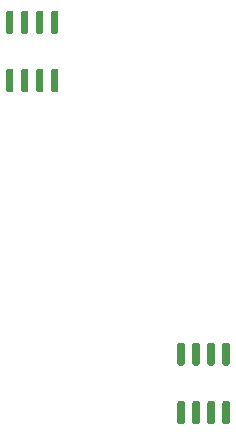
<source format=gbr>
G04 #@! TF.GenerationSoftware,KiCad,Pcbnew,(5.1.4-0-10_14)*
G04 #@! TF.CreationDate,2021-07-08T18:48:46+12:00*
G04 #@! TF.ProjectId,Sync-Ope-proto,53796e63-2d4f-4706-952d-70726f746f2e,0.2*
G04 #@! TF.SameCoordinates,Original*
G04 #@! TF.FileFunction,Paste,Top*
G04 #@! TF.FilePolarity,Positive*
%FSLAX46Y46*%
G04 Gerber Fmt 4.6, Leading zero omitted, Abs format (unit mm)*
G04 Created by KiCad (PCBNEW (5.1.4-0-10_14)) date 2021-07-08 18:48:46*
%MOMM*%
%LPD*%
G04 APERTURE LIST*
%ADD10C,0.100000*%
%ADD11C,0.600000*%
G04 APERTURE END LIST*
D10*
G36*
X116409703Y-89550722D02*
G01*
X116424264Y-89552882D01*
X116438543Y-89556459D01*
X116452403Y-89561418D01*
X116465710Y-89567712D01*
X116478336Y-89575280D01*
X116490159Y-89584048D01*
X116501066Y-89593934D01*
X116510952Y-89604841D01*
X116519720Y-89616664D01*
X116527288Y-89629290D01*
X116533582Y-89642597D01*
X116538541Y-89656457D01*
X116542118Y-89670736D01*
X116544278Y-89685297D01*
X116545000Y-89700000D01*
X116545000Y-91350000D01*
X116544278Y-91364703D01*
X116542118Y-91379264D01*
X116538541Y-91393543D01*
X116533582Y-91407403D01*
X116527288Y-91420710D01*
X116519720Y-91433336D01*
X116510952Y-91445159D01*
X116501066Y-91456066D01*
X116490159Y-91465952D01*
X116478336Y-91474720D01*
X116465710Y-91482288D01*
X116452403Y-91488582D01*
X116438543Y-91493541D01*
X116424264Y-91497118D01*
X116409703Y-91499278D01*
X116395000Y-91500000D01*
X116095000Y-91500000D01*
X116080297Y-91499278D01*
X116065736Y-91497118D01*
X116051457Y-91493541D01*
X116037597Y-91488582D01*
X116024290Y-91482288D01*
X116011664Y-91474720D01*
X115999841Y-91465952D01*
X115988934Y-91456066D01*
X115979048Y-91445159D01*
X115970280Y-91433336D01*
X115962712Y-91420710D01*
X115956418Y-91407403D01*
X115951459Y-91393543D01*
X115947882Y-91379264D01*
X115945722Y-91364703D01*
X115945000Y-91350000D01*
X115945000Y-89700000D01*
X115945722Y-89685297D01*
X115947882Y-89670736D01*
X115951459Y-89656457D01*
X115956418Y-89642597D01*
X115962712Y-89629290D01*
X115970280Y-89616664D01*
X115979048Y-89604841D01*
X115988934Y-89593934D01*
X115999841Y-89584048D01*
X116011664Y-89575280D01*
X116024290Y-89567712D01*
X116037597Y-89561418D01*
X116051457Y-89556459D01*
X116065736Y-89552882D01*
X116080297Y-89550722D01*
X116095000Y-89550000D01*
X116395000Y-89550000D01*
X116409703Y-89550722D01*
X116409703Y-89550722D01*
G37*
D11*
X116245000Y-90525000D03*
D10*
G36*
X117679703Y-89550722D02*
G01*
X117694264Y-89552882D01*
X117708543Y-89556459D01*
X117722403Y-89561418D01*
X117735710Y-89567712D01*
X117748336Y-89575280D01*
X117760159Y-89584048D01*
X117771066Y-89593934D01*
X117780952Y-89604841D01*
X117789720Y-89616664D01*
X117797288Y-89629290D01*
X117803582Y-89642597D01*
X117808541Y-89656457D01*
X117812118Y-89670736D01*
X117814278Y-89685297D01*
X117815000Y-89700000D01*
X117815000Y-91350000D01*
X117814278Y-91364703D01*
X117812118Y-91379264D01*
X117808541Y-91393543D01*
X117803582Y-91407403D01*
X117797288Y-91420710D01*
X117789720Y-91433336D01*
X117780952Y-91445159D01*
X117771066Y-91456066D01*
X117760159Y-91465952D01*
X117748336Y-91474720D01*
X117735710Y-91482288D01*
X117722403Y-91488582D01*
X117708543Y-91493541D01*
X117694264Y-91497118D01*
X117679703Y-91499278D01*
X117665000Y-91500000D01*
X117365000Y-91500000D01*
X117350297Y-91499278D01*
X117335736Y-91497118D01*
X117321457Y-91493541D01*
X117307597Y-91488582D01*
X117294290Y-91482288D01*
X117281664Y-91474720D01*
X117269841Y-91465952D01*
X117258934Y-91456066D01*
X117249048Y-91445159D01*
X117240280Y-91433336D01*
X117232712Y-91420710D01*
X117226418Y-91407403D01*
X117221459Y-91393543D01*
X117217882Y-91379264D01*
X117215722Y-91364703D01*
X117215000Y-91350000D01*
X117215000Y-89700000D01*
X117215722Y-89685297D01*
X117217882Y-89670736D01*
X117221459Y-89656457D01*
X117226418Y-89642597D01*
X117232712Y-89629290D01*
X117240280Y-89616664D01*
X117249048Y-89604841D01*
X117258934Y-89593934D01*
X117269841Y-89584048D01*
X117281664Y-89575280D01*
X117294290Y-89567712D01*
X117307597Y-89561418D01*
X117321457Y-89556459D01*
X117335736Y-89552882D01*
X117350297Y-89550722D01*
X117365000Y-89550000D01*
X117665000Y-89550000D01*
X117679703Y-89550722D01*
X117679703Y-89550722D01*
G37*
D11*
X117515000Y-90525000D03*
D10*
G36*
X118949703Y-89550722D02*
G01*
X118964264Y-89552882D01*
X118978543Y-89556459D01*
X118992403Y-89561418D01*
X119005710Y-89567712D01*
X119018336Y-89575280D01*
X119030159Y-89584048D01*
X119041066Y-89593934D01*
X119050952Y-89604841D01*
X119059720Y-89616664D01*
X119067288Y-89629290D01*
X119073582Y-89642597D01*
X119078541Y-89656457D01*
X119082118Y-89670736D01*
X119084278Y-89685297D01*
X119085000Y-89700000D01*
X119085000Y-91350000D01*
X119084278Y-91364703D01*
X119082118Y-91379264D01*
X119078541Y-91393543D01*
X119073582Y-91407403D01*
X119067288Y-91420710D01*
X119059720Y-91433336D01*
X119050952Y-91445159D01*
X119041066Y-91456066D01*
X119030159Y-91465952D01*
X119018336Y-91474720D01*
X119005710Y-91482288D01*
X118992403Y-91488582D01*
X118978543Y-91493541D01*
X118964264Y-91497118D01*
X118949703Y-91499278D01*
X118935000Y-91500000D01*
X118635000Y-91500000D01*
X118620297Y-91499278D01*
X118605736Y-91497118D01*
X118591457Y-91493541D01*
X118577597Y-91488582D01*
X118564290Y-91482288D01*
X118551664Y-91474720D01*
X118539841Y-91465952D01*
X118528934Y-91456066D01*
X118519048Y-91445159D01*
X118510280Y-91433336D01*
X118502712Y-91420710D01*
X118496418Y-91407403D01*
X118491459Y-91393543D01*
X118487882Y-91379264D01*
X118485722Y-91364703D01*
X118485000Y-91350000D01*
X118485000Y-89700000D01*
X118485722Y-89685297D01*
X118487882Y-89670736D01*
X118491459Y-89656457D01*
X118496418Y-89642597D01*
X118502712Y-89629290D01*
X118510280Y-89616664D01*
X118519048Y-89604841D01*
X118528934Y-89593934D01*
X118539841Y-89584048D01*
X118551664Y-89575280D01*
X118564290Y-89567712D01*
X118577597Y-89561418D01*
X118591457Y-89556459D01*
X118605736Y-89552882D01*
X118620297Y-89550722D01*
X118635000Y-89550000D01*
X118935000Y-89550000D01*
X118949703Y-89550722D01*
X118949703Y-89550722D01*
G37*
D11*
X118785000Y-90525000D03*
D10*
G36*
X120219703Y-89550722D02*
G01*
X120234264Y-89552882D01*
X120248543Y-89556459D01*
X120262403Y-89561418D01*
X120275710Y-89567712D01*
X120288336Y-89575280D01*
X120300159Y-89584048D01*
X120311066Y-89593934D01*
X120320952Y-89604841D01*
X120329720Y-89616664D01*
X120337288Y-89629290D01*
X120343582Y-89642597D01*
X120348541Y-89656457D01*
X120352118Y-89670736D01*
X120354278Y-89685297D01*
X120355000Y-89700000D01*
X120355000Y-91350000D01*
X120354278Y-91364703D01*
X120352118Y-91379264D01*
X120348541Y-91393543D01*
X120343582Y-91407403D01*
X120337288Y-91420710D01*
X120329720Y-91433336D01*
X120320952Y-91445159D01*
X120311066Y-91456066D01*
X120300159Y-91465952D01*
X120288336Y-91474720D01*
X120275710Y-91482288D01*
X120262403Y-91488582D01*
X120248543Y-91493541D01*
X120234264Y-91497118D01*
X120219703Y-91499278D01*
X120205000Y-91500000D01*
X119905000Y-91500000D01*
X119890297Y-91499278D01*
X119875736Y-91497118D01*
X119861457Y-91493541D01*
X119847597Y-91488582D01*
X119834290Y-91482288D01*
X119821664Y-91474720D01*
X119809841Y-91465952D01*
X119798934Y-91456066D01*
X119789048Y-91445159D01*
X119780280Y-91433336D01*
X119772712Y-91420710D01*
X119766418Y-91407403D01*
X119761459Y-91393543D01*
X119757882Y-91379264D01*
X119755722Y-91364703D01*
X119755000Y-91350000D01*
X119755000Y-89700000D01*
X119755722Y-89685297D01*
X119757882Y-89670736D01*
X119761459Y-89656457D01*
X119766418Y-89642597D01*
X119772712Y-89629290D01*
X119780280Y-89616664D01*
X119789048Y-89604841D01*
X119798934Y-89593934D01*
X119809841Y-89584048D01*
X119821664Y-89575280D01*
X119834290Y-89567712D01*
X119847597Y-89561418D01*
X119861457Y-89556459D01*
X119875736Y-89552882D01*
X119890297Y-89550722D01*
X119905000Y-89550000D01*
X120205000Y-89550000D01*
X120219703Y-89550722D01*
X120219703Y-89550722D01*
G37*
D11*
X120055000Y-90525000D03*
D10*
G36*
X120219703Y-84600722D02*
G01*
X120234264Y-84602882D01*
X120248543Y-84606459D01*
X120262403Y-84611418D01*
X120275710Y-84617712D01*
X120288336Y-84625280D01*
X120300159Y-84634048D01*
X120311066Y-84643934D01*
X120320952Y-84654841D01*
X120329720Y-84666664D01*
X120337288Y-84679290D01*
X120343582Y-84692597D01*
X120348541Y-84706457D01*
X120352118Y-84720736D01*
X120354278Y-84735297D01*
X120355000Y-84750000D01*
X120355000Y-86400000D01*
X120354278Y-86414703D01*
X120352118Y-86429264D01*
X120348541Y-86443543D01*
X120343582Y-86457403D01*
X120337288Y-86470710D01*
X120329720Y-86483336D01*
X120320952Y-86495159D01*
X120311066Y-86506066D01*
X120300159Y-86515952D01*
X120288336Y-86524720D01*
X120275710Y-86532288D01*
X120262403Y-86538582D01*
X120248543Y-86543541D01*
X120234264Y-86547118D01*
X120219703Y-86549278D01*
X120205000Y-86550000D01*
X119905000Y-86550000D01*
X119890297Y-86549278D01*
X119875736Y-86547118D01*
X119861457Y-86543541D01*
X119847597Y-86538582D01*
X119834290Y-86532288D01*
X119821664Y-86524720D01*
X119809841Y-86515952D01*
X119798934Y-86506066D01*
X119789048Y-86495159D01*
X119780280Y-86483336D01*
X119772712Y-86470710D01*
X119766418Y-86457403D01*
X119761459Y-86443543D01*
X119757882Y-86429264D01*
X119755722Y-86414703D01*
X119755000Y-86400000D01*
X119755000Y-84750000D01*
X119755722Y-84735297D01*
X119757882Y-84720736D01*
X119761459Y-84706457D01*
X119766418Y-84692597D01*
X119772712Y-84679290D01*
X119780280Y-84666664D01*
X119789048Y-84654841D01*
X119798934Y-84643934D01*
X119809841Y-84634048D01*
X119821664Y-84625280D01*
X119834290Y-84617712D01*
X119847597Y-84611418D01*
X119861457Y-84606459D01*
X119875736Y-84602882D01*
X119890297Y-84600722D01*
X119905000Y-84600000D01*
X120205000Y-84600000D01*
X120219703Y-84600722D01*
X120219703Y-84600722D01*
G37*
D11*
X120055000Y-85575000D03*
D10*
G36*
X118949703Y-84600722D02*
G01*
X118964264Y-84602882D01*
X118978543Y-84606459D01*
X118992403Y-84611418D01*
X119005710Y-84617712D01*
X119018336Y-84625280D01*
X119030159Y-84634048D01*
X119041066Y-84643934D01*
X119050952Y-84654841D01*
X119059720Y-84666664D01*
X119067288Y-84679290D01*
X119073582Y-84692597D01*
X119078541Y-84706457D01*
X119082118Y-84720736D01*
X119084278Y-84735297D01*
X119085000Y-84750000D01*
X119085000Y-86400000D01*
X119084278Y-86414703D01*
X119082118Y-86429264D01*
X119078541Y-86443543D01*
X119073582Y-86457403D01*
X119067288Y-86470710D01*
X119059720Y-86483336D01*
X119050952Y-86495159D01*
X119041066Y-86506066D01*
X119030159Y-86515952D01*
X119018336Y-86524720D01*
X119005710Y-86532288D01*
X118992403Y-86538582D01*
X118978543Y-86543541D01*
X118964264Y-86547118D01*
X118949703Y-86549278D01*
X118935000Y-86550000D01*
X118635000Y-86550000D01*
X118620297Y-86549278D01*
X118605736Y-86547118D01*
X118591457Y-86543541D01*
X118577597Y-86538582D01*
X118564290Y-86532288D01*
X118551664Y-86524720D01*
X118539841Y-86515952D01*
X118528934Y-86506066D01*
X118519048Y-86495159D01*
X118510280Y-86483336D01*
X118502712Y-86470710D01*
X118496418Y-86457403D01*
X118491459Y-86443543D01*
X118487882Y-86429264D01*
X118485722Y-86414703D01*
X118485000Y-86400000D01*
X118485000Y-84750000D01*
X118485722Y-84735297D01*
X118487882Y-84720736D01*
X118491459Y-84706457D01*
X118496418Y-84692597D01*
X118502712Y-84679290D01*
X118510280Y-84666664D01*
X118519048Y-84654841D01*
X118528934Y-84643934D01*
X118539841Y-84634048D01*
X118551664Y-84625280D01*
X118564290Y-84617712D01*
X118577597Y-84611418D01*
X118591457Y-84606459D01*
X118605736Y-84602882D01*
X118620297Y-84600722D01*
X118635000Y-84600000D01*
X118935000Y-84600000D01*
X118949703Y-84600722D01*
X118949703Y-84600722D01*
G37*
D11*
X118785000Y-85575000D03*
D10*
G36*
X117679703Y-84600722D02*
G01*
X117694264Y-84602882D01*
X117708543Y-84606459D01*
X117722403Y-84611418D01*
X117735710Y-84617712D01*
X117748336Y-84625280D01*
X117760159Y-84634048D01*
X117771066Y-84643934D01*
X117780952Y-84654841D01*
X117789720Y-84666664D01*
X117797288Y-84679290D01*
X117803582Y-84692597D01*
X117808541Y-84706457D01*
X117812118Y-84720736D01*
X117814278Y-84735297D01*
X117815000Y-84750000D01*
X117815000Y-86400000D01*
X117814278Y-86414703D01*
X117812118Y-86429264D01*
X117808541Y-86443543D01*
X117803582Y-86457403D01*
X117797288Y-86470710D01*
X117789720Y-86483336D01*
X117780952Y-86495159D01*
X117771066Y-86506066D01*
X117760159Y-86515952D01*
X117748336Y-86524720D01*
X117735710Y-86532288D01*
X117722403Y-86538582D01*
X117708543Y-86543541D01*
X117694264Y-86547118D01*
X117679703Y-86549278D01*
X117665000Y-86550000D01*
X117365000Y-86550000D01*
X117350297Y-86549278D01*
X117335736Y-86547118D01*
X117321457Y-86543541D01*
X117307597Y-86538582D01*
X117294290Y-86532288D01*
X117281664Y-86524720D01*
X117269841Y-86515952D01*
X117258934Y-86506066D01*
X117249048Y-86495159D01*
X117240280Y-86483336D01*
X117232712Y-86470710D01*
X117226418Y-86457403D01*
X117221459Y-86443543D01*
X117217882Y-86429264D01*
X117215722Y-86414703D01*
X117215000Y-86400000D01*
X117215000Y-84750000D01*
X117215722Y-84735297D01*
X117217882Y-84720736D01*
X117221459Y-84706457D01*
X117226418Y-84692597D01*
X117232712Y-84679290D01*
X117240280Y-84666664D01*
X117249048Y-84654841D01*
X117258934Y-84643934D01*
X117269841Y-84634048D01*
X117281664Y-84625280D01*
X117294290Y-84617712D01*
X117307597Y-84611418D01*
X117321457Y-84606459D01*
X117335736Y-84602882D01*
X117350297Y-84600722D01*
X117365000Y-84600000D01*
X117665000Y-84600000D01*
X117679703Y-84600722D01*
X117679703Y-84600722D01*
G37*
D11*
X117515000Y-85575000D03*
D10*
G36*
X116409703Y-84600722D02*
G01*
X116424264Y-84602882D01*
X116438543Y-84606459D01*
X116452403Y-84611418D01*
X116465710Y-84617712D01*
X116478336Y-84625280D01*
X116490159Y-84634048D01*
X116501066Y-84643934D01*
X116510952Y-84654841D01*
X116519720Y-84666664D01*
X116527288Y-84679290D01*
X116533582Y-84692597D01*
X116538541Y-84706457D01*
X116542118Y-84720736D01*
X116544278Y-84735297D01*
X116545000Y-84750000D01*
X116545000Y-86400000D01*
X116544278Y-86414703D01*
X116542118Y-86429264D01*
X116538541Y-86443543D01*
X116533582Y-86457403D01*
X116527288Y-86470710D01*
X116519720Y-86483336D01*
X116510952Y-86495159D01*
X116501066Y-86506066D01*
X116490159Y-86515952D01*
X116478336Y-86524720D01*
X116465710Y-86532288D01*
X116452403Y-86538582D01*
X116438543Y-86543541D01*
X116424264Y-86547118D01*
X116409703Y-86549278D01*
X116395000Y-86550000D01*
X116095000Y-86550000D01*
X116080297Y-86549278D01*
X116065736Y-86547118D01*
X116051457Y-86543541D01*
X116037597Y-86538582D01*
X116024290Y-86532288D01*
X116011664Y-86524720D01*
X115999841Y-86515952D01*
X115988934Y-86506066D01*
X115979048Y-86495159D01*
X115970280Y-86483336D01*
X115962712Y-86470710D01*
X115956418Y-86457403D01*
X115951459Y-86443543D01*
X115947882Y-86429264D01*
X115945722Y-86414703D01*
X115945000Y-86400000D01*
X115945000Y-84750000D01*
X115945722Y-84735297D01*
X115947882Y-84720736D01*
X115951459Y-84706457D01*
X115956418Y-84692597D01*
X115962712Y-84679290D01*
X115970280Y-84666664D01*
X115979048Y-84654841D01*
X115988934Y-84643934D01*
X115999841Y-84634048D01*
X116011664Y-84625280D01*
X116024290Y-84617712D01*
X116037597Y-84611418D01*
X116051457Y-84606459D01*
X116065736Y-84602882D01*
X116080297Y-84600722D01*
X116095000Y-84600000D01*
X116395000Y-84600000D01*
X116409703Y-84600722D01*
X116409703Y-84600722D01*
G37*
D11*
X116245000Y-85575000D03*
D10*
G36*
X130909703Y-112700722D02*
G01*
X130924264Y-112702882D01*
X130938543Y-112706459D01*
X130952403Y-112711418D01*
X130965710Y-112717712D01*
X130978336Y-112725280D01*
X130990159Y-112734048D01*
X131001066Y-112743934D01*
X131010952Y-112754841D01*
X131019720Y-112766664D01*
X131027288Y-112779290D01*
X131033582Y-112792597D01*
X131038541Y-112806457D01*
X131042118Y-112820736D01*
X131044278Y-112835297D01*
X131045000Y-112850000D01*
X131045000Y-114500000D01*
X131044278Y-114514703D01*
X131042118Y-114529264D01*
X131038541Y-114543543D01*
X131033582Y-114557403D01*
X131027288Y-114570710D01*
X131019720Y-114583336D01*
X131010952Y-114595159D01*
X131001066Y-114606066D01*
X130990159Y-114615952D01*
X130978336Y-114624720D01*
X130965710Y-114632288D01*
X130952403Y-114638582D01*
X130938543Y-114643541D01*
X130924264Y-114647118D01*
X130909703Y-114649278D01*
X130895000Y-114650000D01*
X130595000Y-114650000D01*
X130580297Y-114649278D01*
X130565736Y-114647118D01*
X130551457Y-114643541D01*
X130537597Y-114638582D01*
X130524290Y-114632288D01*
X130511664Y-114624720D01*
X130499841Y-114615952D01*
X130488934Y-114606066D01*
X130479048Y-114595159D01*
X130470280Y-114583336D01*
X130462712Y-114570710D01*
X130456418Y-114557403D01*
X130451459Y-114543543D01*
X130447882Y-114529264D01*
X130445722Y-114514703D01*
X130445000Y-114500000D01*
X130445000Y-112850000D01*
X130445722Y-112835297D01*
X130447882Y-112820736D01*
X130451459Y-112806457D01*
X130456418Y-112792597D01*
X130462712Y-112779290D01*
X130470280Y-112766664D01*
X130479048Y-112754841D01*
X130488934Y-112743934D01*
X130499841Y-112734048D01*
X130511664Y-112725280D01*
X130524290Y-112717712D01*
X130537597Y-112711418D01*
X130551457Y-112706459D01*
X130565736Y-112702882D01*
X130580297Y-112700722D01*
X130595000Y-112700000D01*
X130895000Y-112700000D01*
X130909703Y-112700722D01*
X130909703Y-112700722D01*
G37*
D11*
X130745000Y-113675000D03*
D10*
G36*
X132179703Y-112700722D02*
G01*
X132194264Y-112702882D01*
X132208543Y-112706459D01*
X132222403Y-112711418D01*
X132235710Y-112717712D01*
X132248336Y-112725280D01*
X132260159Y-112734048D01*
X132271066Y-112743934D01*
X132280952Y-112754841D01*
X132289720Y-112766664D01*
X132297288Y-112779290D01*
X132303582Y-112792597D01*
X132308541Y-112806457D01*
X132312118Y-112820736D01*
X132314278Y-112835297D01*
X132315000Y-112850000D01*
X132315000Y-114500000D01*
X132314278Y-114514703D01*
X132312118Y-114529264D01*
X132308541Y-114543543D01*
X132303582Y-114557403D01*
X132297288Y-114570710D01*
X132289720Y-114583336D01*
X132280952Y-114595159D01*
X132271066Y-114606066D01*
X132260159Y-114615952D01*
X132248336Y-114624720D01*
X132235710Y-114632288D01*
X132222403Y-114638582D01*
X132208543Y-114643541D01*
X132194264Y-114647118D01*
X132179703Y-114649278D01*
X132165000Y-114650000D01*
X131865000Y-114650000D01*
X131850297Y-114649278D01*
X131835736Y-114647118D01*
X131821457Y-114643541D01*
X131807597Y-114638582D01*
X131794290Y-114632288D01*
X131781664Y-114624720D01*
X131769841Y-114615952D01*
X131758934Y-114606066D01*
X131749048Y-114595159D01*
X131740280Y-114583336D01*
X131732712Y-114570710D01*
X131726418Y-114557403D01*
X131721459Y-114543543D01*
X131717882Y-114529264D01*
X131715722Y-114514703D01*
X131715000Y-114500000D01*
X131715000Y-112850000D01*
X131715722Y-112835297D01*
X131717882Y-112820736D01*
X131721459Y-112806457D01*
X131726418Y-112792597D01*
X131732712Y-112779290D01*
X131740280Y-112766664D01*
X131749048Y-112754841D01*
X131758934Y-112743934D01*
X131769841Y-112734048D01*
X131781664Y-112725280D01*
X131794290Y-112717712D01*
X131807597Y-112711418D01*
X131821457Y-112706459D01*
X131835736Y-112702882D01*
X131850297Y-112700722D01*
X131865000Y-112700000D01*
X132165000Y-112700000D01*
X132179703Y-112700722D01*
X132179703Y-112700722D01*
G37*
D11*
X132015000Y-113675000D03*
D10*
G36*
X133449703Y-112700722D02*
G01*
X133464264Y-112702882D01*
X133478543Y-112706459D01*
X133492403Y-112711418D01*
X133505710Y-112717712D01*
X133518336Y-112725280D01*
X133530159Y-112734048D01*
X133541066Y-112743934D01*
X133550952Y-112754841D01*
X133559720Y-112766664D01*
X133567288Y-112779290D01*
X133573582Y-112792597D01*
X133578541Y-112806457D01*
X133582118Y-112820736D01*
X133584278Y-112835297D01*
X133585000Y-112850000D01*
X133585000Y-114500000D01*
X133584278Y-114514703D01*
X133582118Y-114529264D01*
X133578541Y-114543543D01*
X133573582Y-114557403D01*
X133567288Y-114570710D01*
X133559720Y-114583336D01*
X133550952Y-114595159D01*
X133541066Y-114606066D01*
X133530159Y-114615952D01*
X133518336Y-114624720D01*
X133505710Y-114632288D01*
X133492403Y-114638582D01*
X133478543Y-114643541D01*
X133464264Y-114647118D01*
X133449703Y-114649278D01*
X133435000Y-114650000D01*
X133135000Y-114650000D01*
X133120297Y-114649278D01*
X133105736Y-114647118D01*
X133091457Y-114643541D01*
X133077597Y-114638582D01*
X133064290Y-114632288D01*
X133051664Y-114624720D01*
X133039841Y-114615952D01*
X133028934Y-114606066D01*
X133019048Y-114595159D01*
X133010280Y-114583336D01*
X133002712Y-114570710D01*
X132996418Y-114557403D01*
X132991459Y-114543543D01*
X132987882Y-114529264D01*
X132985722Y-114514703D01*
X132985000Y-114500000D01*
X132985000Y-112850000D01*
X132985722Y-112835297D01*
X132987882Y-112820736D01*
X132991459Y-112806457D01*
X132996418Y-112792597D01*
X133002712Y-112779290D01*
X133010280Y-112766664D01*
X133019048Y-112754841D01*
X133028934Y-112743934D01*
X133039841Y-112734048D01*
X133051664Y-112725280D01*
X133064290Y-112717712D01*
X133077597Y-112711418D01*
X133091457Y-112706459D01*
X133105736Y-112702882D01*
X133120297Y-112700722D01*
X133135000Y-112700000D01*
X133435000Y-112700000D01*
X133449703Y-112700722D01*
X133449703Y-112700722D01*
G37*
D11*
X133285000Y-113675000D03*
D10*
G36*
X134719703Y-112700722D02*
G01*
X134734264Y-112702882D01*
X134748543Y-112706459D01*
X134762403Y-112711418D01*
X134775710Y-112717712D01*
X134788336Y-112725280D01*
X134800159Y-112734048D01*
X134811066Y-112743934D01*
X134820952Y-112754841D01*
X134829720Y-112766664D01*
X134837288Y-112779290D01*
X134843582Y-112792597D01*
X134848541Y-112806457D01*
X134852118Y-112820736D01*
X134854278Y-112835297D01*
X134855000Y-112850000D01*
X134855000Y-114500000D01*
X134854278Y-114514703D01*
X134852118Y-114529264D01*
X134848541Y-114543543D01*
X134843582Y-114557403D01*
X134837288Y-114570710D01*
X134829720Y-114583336D01*
X134820952Y-114595159D01*
X134811066Y-114606066D01*
X134800159Y-114615952D01*
X134788336Y-114624720D01*
X134775710Y-114632288D01*
X134762403Y-114638582D01*
X134748543Y-114643541D01*
X134734264Y-114647118D01*
X134719703Y-114649278D01*
X134705000Y-114650000D01*
X134405000Y-114650000D01*
X134390297Y-114649278D01*
X134375736Y-114647118D01*
X134361457Y-114643541D01*
X134347597Y-114638582D01*
X134334290Y-114632288D01*
X134321664Y-114624720D01*
X134309841Y-114615952D01*
X134298934Y-114606066D01*
X134289048Y-114595159D01*
X134280280Y-114583336D01*
X134272712Y-114570710D01*
X134266418Y-114557403D01*
X134261459Y-114543543D01*
X134257882Y-114529264D01*
X134255722Y-114514703D01*
X134255000Y-114500000D01*
X134255000Y-112850000D01*
X134255722Y-112835297D01*
X134257882Y-112820736D01*
X134261459Y-112806457D01*
X134266418Y-112792597D01*
X134272712Y-112779290D01*
X134280280Y-112766664D01*
X134289048Y-112754841D01*
X134298934Y-112743934D01*
X134309841Y-112734048D01*
X134321664Y-112725280D01*
X134334290Y-112717712D01*
X134347597Y-112711418D01*
X134361457Y-112706459D01*
X134375736Y-112702882D01*
X134390297Y-112700722D01*
X134405000Y-112700000D01*
X134705000Y-112700000D01*
X134719703Y-112700722D01*
X134719703Y-112700722D01*
G37*
D11*
X134555000Y-113675000D03*
D10*
G36*
X134719703Y-117650722D02*
G01*
X134734264Y-117652882D01*
X134748543Y-117656459D01*
X134762403Y-117661418D01*
X134775710Y-117667712D01*
X134788336Y-117675280D01*
X134800159Y-117684048D01*
X134811066Y-117693934D01*
X134820952Y-117704841D01*
X134829720Y-117716664D01*
X134837288Y-117729290D01*
X134843582Y-117742597D01*
X134848541Y-117756457D01*
X134852118Y-117770736D01*
X134854278Y-117785297D01*
X134855000Y-117800000D01*
X134855000Y-119450000D01*
X134854278Y-119464703D01*
X134852118Y-119479264D01*
X134848541Y-119493543D01*
X134843582Y-119507403D01*
X134837288Y-119520710D01*
X134829720Y-119533336D01*
X134820952Y-119545159D01*
X134811066Y-119556066D01*
X134800159Y-119565952D01*
X134788336Y-119574720D01*
X134775710Y-119582288D01*
X134762403Y-119588582D01*
X134748543Y-119593541D01*
X134734264Y-119597118D01*
X134719703Y-119599278D01*
X134705000Y-119600000D01*
X134405000Y-119600000D01*
X134390297Y-119599278D01*
X134375736Y-119597118D01*
X134361457Y-119593541D01*
X134347597Y-119588582D01*
X134334290Y-119582288D01*
X134321664Y-119574720D01*
X134309841Y-119565952D01*
X134298934Y-119556066D01*
X134289048Y-119545159D01*
X134280280Y-119533336D01*
X134272712Y-119520710D01*
X134266418Y-119507403D01*
X134261459Y-119493543D01*
X134257882Y-119479264D01*
X134255722Y-119464703D01*
X134255000Y-119450000D01*
X134255000Y-117800000D01*
X134255722Y-117785297D01*
X134257882Y-117770736D01*
X134261459Y-117756457D01*
X134266418Y-117742597D01*
X134272712Y-117729290D01*
X134280280Y-117716664D01*
X134289048Y-117704841D01*
X134298934Y-117693934D01*
X134309841Y-117684048D01*
X134321664Y-117675280D01*
X134334290Y-117667712D01*
X134347597Y-117661418D01*
X134361457Y-117656459D01*
X134375736Y-117652882D01*
X134390297Y-117650722D01*
X134405000Y-117650000D01*
X134705000Y-117650000D01*
X134719703Y-117650722D01*
X134719703Y-117650722D01*
G37*
D11*
X134555000Y-118625000D03*
D10*
G36*
X133449703Y-117650722D02*
G01*
X133464264Y-117652882D01*
X133478543Y-117656459D01*
X133492403Y-117661418D01*
X133505710Y-117667712D01*
X133518336Y-117675280D01*
X133530159Y-117684048D01*
X133541066Y-117693934D01*
X133550952Y-117704841D01*
X133559720Y-117716664D01*
X133567288Y-117729290D01*
X133573582Y-117742597D01*
X133578541Y-117756457D01*
X133582118Y-117770736D01*
X133584278Y-117785297D01*
X133585000Y-117800000D01*
X133585000Y-119450000D01*
X133584278Y-119464703D01*
X133582118Y-119479264D01*
X133578541Y-119493543D01*
X133573582Y-119507403D01*
X133567288Y-119520710D01*
X133559720Y-119533336D01*
X133550952Y-119545159D01*
X133541066Y-119556066D01*
X133530159Y-119565952D01*
X133518336Y-119574720D01*
X133505710Y-119582288D01*
X133492403Y-119588582D01*
X133478543Y-119593541D01*
X133464264Y-119597118D01*
X133449703Y-119599278D01*
X133435000Y-119600000D01*
X133135000Y-119600000D01*
X133120297Y-119599278D01*
X133105736Y-119597118D01*
X133091457Y-119593541D01*
X133077597Y-119588582D01*
X133064290Y-119582288D01*
X133051664Y-119574720D01*
X133039841Y-119565952D01*
X133028934Y-119556066D01*
X133019048Y-119545159D01*
X133010280Y-119533336D01*
X133002712Y-119520710D01*
X132996418Y-119507403D01*
X132991459Y-119493543D01*
X132987882Y-119479264D01*
X132985722Y-119464703D01*
X132985000Y-119450000D01*
X132985000Y-117800000D01*
X132985722Y-117785297D01*
X132987882Y-117770736D01*
X132991459Y-117756457D01*
X132996418Y-117742597D01*
X133002712Y-117729290D01*
X133010280Y-117716664D01*
X133019048Y-117704841D01*
X133028934Y-117693934D01*
X133039841Y-117684048D01*
X133051664Y-117675280D01*
X133064290Y-117667712D01*
X133077597Y-117661418D01*
X133091457Y-117656459D01*
X133105736Y-117652882D01*
X133120297Y-117650722D01*
X133135000Y-117650000D01*
X133435000Y-117650000D01*
X133449703Y-117650722D01*
X133449703Y-117650722D01*
G37*
D11*
X133285000Y-118625000D03*
D10*
G36*
X132179703Y-117650722D02*
G01*
X132194264Y-117652882D01*
X132208543Y-117656459D01*
X132222403Y-117661418D01*
X132235710Y-117667712D01*
X132248336Y-117675280D01*
X132260159Y-117684048D01*
X132271066Y-117693934D01*
X132280952Y-117704841D01*
X132289720Y-117716664D01*
X132297288Y-117729290D01*
X132303582Y-117742597D01*
X132308541Y-117756457D01*
X132312118Y-117770736D01*
X132314278Y-117785297D01*
X132315000Y-117800000D01*
X132315000Y-119450000D01*
X132314278Y-119464703D01*
X132312118Y-119479264D01*
X132308541Y-119493543D01*
X132303582Y-119507403D01*
X132297288Y-119520710D01*
X132289720Y-119533336D01*
X132280952Y-119545159D01*
X132271066Y-119556066D01*
X132260159Y-119565952D01*
X132248336Y-119574720D01*
X132235710Y-119582288D01*
X132222403Y-119588582D01*
X132208543Y-119593541D01*
X132194264Y-119597118D01*
X132179703Y-119599278D01*
X132165000Y-119600000D01*
X131865000Y-119600000D01*
X131850297Y-119599278D01*
X131835736Y-119597118D01*
X131821457Y-119593541D01*
X131807597Y-119588582D01*
X131794290Y-119582288D01*
X131781664Y-119574720D01*
X131769841Y-119565952D01*
X131758934Y-119556066D01*
X131749048Y-119545159D01*
X131740280Y-119533336D01*
X131732712Y-119520710D01*
X131726418Y-119507403D01*
X131721459Y-119493543D01*
X131717882Y-119479264D01*
X131715722Y-119464703D01*
X131715000Y-119450000D01*
X131715000Y-117800000D01*
X131715722Y-117785297D01*
X131717882Y-117770736D01*
X131721459Y-117756457D01*
X131726418Y-117742597D01*
X131732712Y-117729290D01*
X131740280Y-117716664D01*
X131749048Y-117704841D01*
X131758934Y-117693934D01*
X131769841Y-117684048D01*
X131781664Y-117675280D01*
X131794290Y-117667712D01*
X131807597Y-117661418D01*
X131821457Y-117656459D01*
X131835736Y-117652882D01*
X131850297Y-117650722D01*
X131865000Y-117650000D01*
X132165000Y-117650000D01*
X132179703Y-117650722D01*
X132179703Y-117650722D01*
G37*
D11*
X132015000Y-118625000D03*
D10*
G36*
X130909703Y-117650722D02*
G01*
X130924264Y-117652882D01*
X130938543Y-117656459D01*
X130952403Y-117661418D01*
X130965710Y-117667712D01*
X130978336Y-117675280D01*
X130990159Y-117684048D01*
X131001066Y-117693934D01*
X131010952Y-117704841D01*
X131019720Y-117716664D01*
X131027288Y-117729290D01*
X131033582Y-117742597D01*
X131038541Y-117756457D01*
X131042118Y-117770736D01*
X131044278Y-117785297D01*
X131045000Y-117800000D01*
X131045000Y-119450000D01*
X131044278Y-119464703D01*
X131042118Y-119479264D01*
X131038541Y-119493543D01*
X131033582Y-119507403D01*
X131027288Y-119520710D01*
X131019720Y-119533336D01*
X131010952Y-119545159D01*
X131001066Y-119556066D01*
X130990159Y-119565952D01*
X130978336Y-119574720D01*
X130965710Y-119582288D01*
X130952403Y-119588582D01*
X130938543Y-119593541D01*
X130924264Y-119597118D01*
X130909703Y-119599278D01*
X130895000Y-119600000D01*
X130595000Y-119600000D01*
X130580297Y-119599278D01*
X130565736Y-119597118D01*
X130551457Y-119593541D01*
X130537597Y-119588582D01*
X130524290Y-119582288D01*
X130511664Y-119574720D01*
X130499841Y-119565952D01*
X130488934Y-119556066D01*
X130479048Y-119545159D01*
X130470280Y-119533336D01*
X130462712Y-119520710D01*
X130456418Y-119507403D01*
X130451459Y-119493543D01*
X130447882Y-119479264D01*
X130445722Y-119464703D01*
X130445000Y-119450000D01*
X130445000Y-117800000D01*
X130445722Y-117785297D01*
X130447882Y-117770736D01*
X130451459Y-117756457D01*
X130456418Y-117742597D01*
X130462712Y-117729290D01*
X130470280Y-117716664D01*
X130479048Y-117704841D01*
X130488934Y-117693934D01*
X130499841Y-117684048D01*
X130511664Y-117675280D01*
X130524290Y-117667712D01*
X130537597Y-117661418D01*
X130551457Y-117656459D01*
X130565736Y-117652882D01*
X130580297Y-117650722D01*
X130595000Y-117650000D01*
X130895000Y-117650000D01*
X130909703Y-117650722D01*
X130909703Y-117650722D01*
G37*
D11*
X130745000Y-118625000D03*
M02*

</source>
